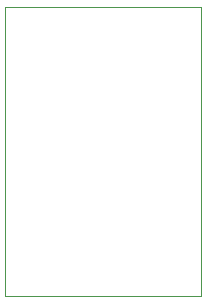
<source format=gbr>
%TF.GenerationSoftware,KiCad,Pcbnew,5.1.9-73d0e3b20d~88~ubuntu20.04.1*%
%TF.CreationDate,2021-04-17T15:00:08+02:00*%
%TF.ProjectId,e18sock,65313873-6f63-46b2-9e6b-696361645f70,rev?*%
%TF.SameCoordinates,Original*%
%TF.FileFunction,Other,User*%
%FSLAX46Y46*%
G04 Gerber Fmt 4.6, Leading zero omitted, Abs format (unit mm)*
G04 Created by KiCad (PCBNEW 5.1.9-73d0e3b20d~88~ubuntu20.04.1) date 2021-04-17 15:00:08*
%MOMM*%
%LPD*%
G01*
G04 APERTURE LIST*
%ADD10C,0.050000*%
G04 APERTURE END LIST*
D10*
%TO.C,E-18-MS1-PCB*%
X122510000Y-52120000D02*
X122510000Y-27620000D01*
X122510000Y-27620000D02*
X139110000Y-27620000D01*
X139110000Y-27620000D02*
X139110000Y-52120000D01*
X139110000Y-52120000D02*
X122510000Y-52120000D01*
%TD*%
M02*

</source>
